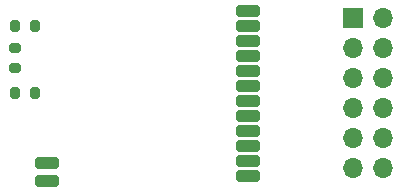
<source format=gbr>
%TF.GenerationSoftware,KiCad,Pcbnew,7.0.4*%
%TF.CreationDate,2023-05-26T13:26:56+02:00*%
%TF.ProjectId,AS4432_868,41533434-3332-45f3-9836-382e6b696361,rev?*%
%TF.SameCoordinates,Original*%
%TF.FileFunction,Soldermask,Top*%
%TF.FilePolarity,Negative*%
%FSLAX46Y46*%
G04 Gerber Fmt 4.6, Leading zero omitted, Abs format (unit mm)*
G04 Created by KiCad (PCBNEW 7.0.4) date 2023-05-26 13:26:56*
%MOMM*%
%LPD*%
G01*
G04 APERTURE LIST*
G04 Aperture macros list*
%AMRoundRect*
0 Rectangle with rounded corners*
0 $1 Rounding radius*
0 $2 $3 $4 $5 $6 $7 $8 $9 X,Y pos of 4 corners*
0 Add a 4 corners polygon primitive as box body*
4,1,4,$2,$3,$4,$5,$6,$7,$8,$9,$2,$3,0*
0 Add four circle primitives for the rounded corners*
1,1,$1+$1,$2,$3*
1,1,$1+$1,$4,$5*
1,1,$1+$1,$6,$7*
1,1,$1+$1,$8,$9*
0 Add four rect primitives between the rounded corners*
20,1,$1+$1,$2,$3,$4,$5,0*
20,1,$1+$1,$4,$5,$6,$7,0*
20,1,$1+$1,$6,$7,$8,$9,0*
20,1,$1+$1,$8,$9,$2,$3,0*%
G04 Aperture macros list end*
%ADD10R,1.700000X1.700000*%
%ADD11O,1.700000X1.700000*%
%ADD12RoundRect,0.250000X0.750000X0.250000X-0.750000X0.250000X-0.750000X-0.250000X0.750000X-0.250000X0*%
%ADD13RoundRect,0.200000X-0.200000X-0.275000X0.200000X-0.275000X0.200000X0.275000X-0.200000X0.275000X0*%
%ADD14RoundRect,0.200000X0.275000X-0.200000X0.275000X0.200000X-0.275000X0.200000X-0.275000X-0.200000X0*%
G04 APERTURE END LIST*
D10*
%TO.C,J1*%
X149860000Y-43180000D03*
D11*
X152400000Y-43180000D03*
X149860000Y-45720000D03*
X152400000Y-45720000D03*
X149860000Y-48260000D03*
X152400000Y-48260000D03*
X149860000Y-50800000D03*
X152400000Y-50800000D03*
X149860000Y-53340000D03*
X152400000Y-53340000D03*
X149860000Y-55880000D03*
X152400000Y-55880000D03*
%TD*%
D12*
%TO.C,U1*%
X140970000Y-56515000D03*
X140970000Y-55245000D03*
X140970000Y-53975000D03*
X140970000Y-52705000D03*
X140970000Y-51435000D03*
X140970000Y-50165000D03*
X140970000Y-48895000D03*
X140970000Y-47625000D03*
X140970000Y-46355000D03*
X140970000Y-45085000D03*
X140970000Y-43815000D03*
X140970000Y-42545000D03*
X123970000Y-55435000D03*
X123970000Y-56935000D03*
%TD*%
D13*
%TO.C,M1*%
X121285000Y-49530000D03*
X122935000Y-49530000D03*
%TD*%
%TO.C,M3*%
X121285000Y-43815000D03*
X122935000Y-43815000D03*
%TD*%
D14*
%TO.C,M2*%
X121285000Y-47370000D03*
X121285000Y-45720000D03*
%TD*%
M02*

</source>
